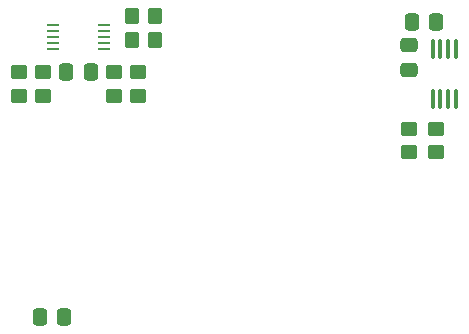
<source format=gbr>
%TF.GenerationSoftware,KiCad,Pcbnew,(7.0.0)*%
%TF.CreationDate,2023-02-20T00:43:47+01:00*%
%TF.ProjectId,led_testjig,6c65645f-7465-4737-946a-69672e6b6963,rev?*%
%TF.SameCoordinates,Original*%
%TF.FileFunction,Paste,Bot*%
%TF.FilePolarity,Positive*%
%FSLAX46Y46*%
G04 Gerber Fmt 4.6, Leading zero omitted, Abs format (unit mm)*
G04 Created by KiCad (PCBNEW (7.0.0)) date 2023-02-20 00:43:47*
%MOMM*%
%LPD*%
G01*
G04 APERTURE LIST*
G04 Aperture macros list*
%AMRoundRect*
0 Rectangle with rounded corners*
0 $1 Rounding radius*
0 $2 $3 $4 $5 $6 $7 $8 $9 X,Y pos of 4 corners*
0 Add a 4 corners polygon primitive as box body*
4,1,4,$2,$3,$4,$5,$6,$7,$8,$9,$2,$3,0*
0 Add four circle primitives for the rounded corners*
1,1,$1+$1,$2,$3*
1,1,$1+$1,$4,$5*
1,1,$1+$1,$6,$7*
1,1,$1+$1,$8,$9*
0 Add four rect primitives between the rounded corners*
20,1,$1+$1,$2,$3,$4,$5,0*
20,1,$1+$1,$4,$5,$6,$7,0*
20,1,$1+$1,$6,$7,$8,$9,0*
20,1,$1+$1,$8,$9,$2,$3,0*%
G04 Aperture macros list end*
%ADD10RoundRect,0.250000X0.350000X0.450000X-0.350000X0.450000X-0.350000X-0.450000X0.350000X-0.450000X0*%
%ADD11RoundRect,0.100000X-0.100000X0.712500X-0.100000X-0.712500X0.100000X-0.712500X0.100000X0.712500X0*%
%ADD12RoundRect,0.250000X-0.337500X-0.475000X0.337500X-0.475000X0.337500X0.475000X-0.337500X0.475000X0*%
%ADD13RoundRect,0.250000X0.337500X0.475000X-0.337500X0.475000X-0.337500X-0.475000X0.337500X-0.475000X0*%
%ADD14RoundRect,0.250000X-0.450000X0.350000X-0.450000X-0.350000X0.450000X-0.350000X0.450000X0.350000X0*%
%ADD15R,1.100000X0.250000*%
%ADD16RoundRect,0.250000X0.475000X-0.337500X0.475000X0.337500X-0.475000X0.337500X-0.475000X-0.337500X0*%
G04 APERTURE END LIST*
D10*
%TO.C,R211*%
X142000000Y-76750000D03*
X140000000Y-76750000D03*
%TD*%
%TO.C,R210*%
X142000000Y-74750000D03*
X140000000Y-74750000D03*
%TD*%
D11*
%TO.C,U302*%
X165485000Y-77492500D03*
X166135000Y-77492500D03*
X166785000Y-77492500D03*
X167435000Y-77492500D03*
X167435000Y-81717500D03*
X166785000Y-81717500D03*
X166135000Y-81717500D03*
X165485000Y-81717500D03*
%TD*%
D12*
%TO.C,C205*%
X134462500Y-79500000D03*
X136537500Y-79500000D03*
%TD*%
D13*
%TO.C,C301*%
X165787500Y-75250000D03*
X163712500Y-75250000D03*
%TD*%
D14*
%TO.C,R304*%
X165750000Y-86249999D03*
X165750000Y-84249999D03*
%TD*%
D15*
%TO.C,U202*%
X133349999Y-77499999D03*
X133349999Y-76999999D03*
X133349999Y-76499999D03*
X133349999Y-75999999D03*
X133349999Y-75499999D03*
X137649999Y-75499999D03*
X137649999Y-75999999D03*
X137649999Y-76499999D03*
X137649999Y-76999999D03*
X137649999Y-77499999D03*
%TD*%
D14*
%TO.C,R213*%
X138500000Y-79500000D03*
X138500000Y-81500000D03*
%TD*%
%TO.C,R214*%
X140500000Y-79500000D03*
X140500000Y-81500000D03*
%TD*%
%TO.C,R215*%
X130500000Y-79500000D03*
X130500000Y-81500000D03*
%TD*%
D16*
%TO.C,C303*%
X163500000Y-79287500D03*
X163500000Y-77212500D03*
%TD*%
D14*
%TO.C,R303*%
X163500000Y-86250000D03*
X163500000Y-84250000D03*
%TD*%
D12*
%TO.C,C202*%
X132212500Y-100250000D03*
X134287500Y-100250000D03*
%TD*%
D14*
%TO.C,R212*%
X132500000Y-79500000D03*
X132500000Y-81500000D03*
%TD*%
M02*

</source>
